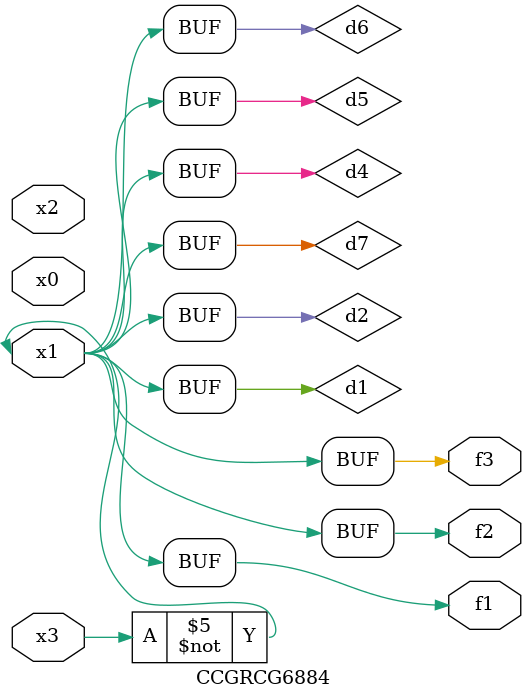
<source format=v>
module CCGRCG6884(
	input x0, x1, x2, x3,
	output f1, f2, f3
);

	wire d1, d2, d3, d4, d5, d6, d7;

	not (d1, x3);
	buf (d2, x1);
	xnor (d3, d1, d2);
	nor (d4, d1);
	buf (d5, d1, d2);
	buf (d6, d4, d5);
	nand (d7, d4);
	assign f1 = d6;
	assign f2 = d7;
	assign f3 = d6;
endmodule

</source>
